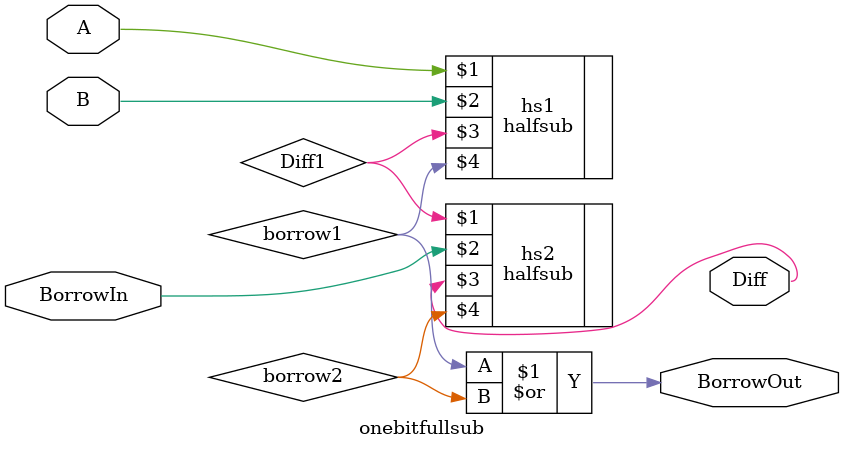
<source format=v>
module onebitfullsub( A, B , BorrowIn, Diff, BorrowOut);
	input A;
	input B;
	input BorrowIn;

	output Diff;
	output BorrowOut;

	wire Diff1;
	wire borrow1, borrow2;

	halfsub hs1 (A, B, Diff1, borrow1);
	halfsub hs2 (Diff1, BorrowIn, Diff, borrow2);
	assign BorrowOut = (borrow1 | borrow2);

endmodule

</source>
